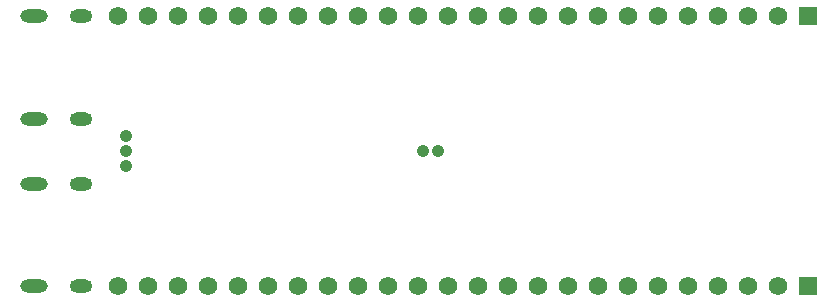
<source format=gbs>
G04*
G04 #@! TF.GenerationSoftware,Altium Limited,Altium Designer,24.5.2 (23)*
G04*
G04 Layer_Color=16711935*
%FSLAX25Y25*%
%MOIN*%
G70*
G04*
G04 #@! TF.SameCoordinates,6FD9FAEC-A83E-4B3B-B3E8-2A74EE2DE8EE*
G04*
G04*
G04 #@! TF.FilePolarity,Negative*
G04*
G01*
G75*
%ADD52C,0.04200*%
%ADD53O,0.09161X0.04437*%
%ADD54O,0.07587X0.04437*%
%ADD55R,0.06200X0.06200*%
%ADD56C,0.06200*%
D52*
X141500Y50000D02*
D03*
X136500D02*
D03*
X37500Y55000D02*
D03*
Y50000D02*
D03*
Y45000D02*
D03*
D53*
X6752Y39016D02*
D03*
Y5000D02*
D03*
Y95000D02*
D03*
Y60984D02*
D03*
D54*
X22500Y39016D02*
D03*
Y5000D02*
D03*
Y95000D02*
D03*
Y60984D02*
D03*
D55*
X265000Y5000D02*
D03*
Y95000D02*
D03*
D56*
X35000Y5000D02*
D03*
X45000D02*
D03*
X55000D02*
D03*
X65000D02*
D03*
X75000D02*
D03*
X85000D02*
D03*
X95000D02*
D03*
X105000D02*
D03*
X115000D02*
D03*
X125000D02*
D03*
X135000D02*
D03*
X145000D02*
D03*
X155000D02*
D03*
X165000D02*
D03*
X175000D02*
D03*
X185000D02*
D03*
X195000D02*
D03*
X205000D02*
D03*
X215000D02*
D03*
X225000D02*
D03*
X235000D02*
D03*
X245000D02*
D03*
X255000D02*
D03*
X35000Y95000D02*
D03*
X45000D02*
D03*
X55000D02*
D03*
X65000D02*
D03*
X75000D02*
D03*
X85000D02*
D03*
X95000D02*
D03*
X105000D02*
D03*
X115000D02*
D03*
X125000D02*
D03*
X135000D02*
D03*
X145000D02*
D03*
X155000D02*
D03*
X165000D02*
D03*
X175000D02*
D03*
X185000D02*
D03*
X195000D02*
D03*
X205000D02*
D03*
X215000D02*
D03*
X225000D02*
D03*
X235000D02*
D03*
X245000D02*
D03*
X255000D02*
D03*
M02*

</source>
